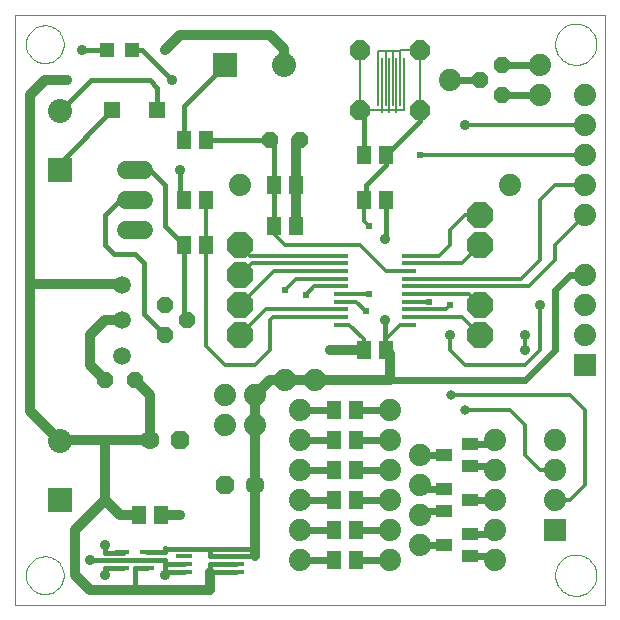
<source format=gtl>
G75*
G70*
%OFA0B0*%
%FSLAX24Y24*%
%IPPOS*%
%LPD*%
%AMOC8*
5,1,8,0,0,1.08239X$1,22.5*
%
%ADD10C,0.0000*%
%ADD11R,0.0472X0.0118*%
%ADD12OC8,0.0660*%
%ADD13R,0.0472X0.0472*%
%ADD14R,0.0512X0.0591*%
%ADD15OC8,0.0520*%
%ADD16OC8,0.0850*%
%ADD17R,0.0560X0.0170*%
%ADD18R,0.0460X0.0140*%
%ADD19R,0.0800X0.0800*%
%ADD20C,0.0800*%
%ADD21OC8,0.0630*%
%ADD22C,0.0630*%
%ADD23R,0.0740X0.0740*%
%ADD24C,0.0740*%
%ADD25C,0.0600*%
%ADD26R,0.0551X0.0551*%
%ADD27C,0.0594*%
%ADD28R,0.0551X0.0394*%
%ADD29C,0.0160*%
%ADD30C,0.0320*%
%ADD31C,0.0120*%
%ADD32C,0.0240*%
%ADD33C,0.0356*%
%ADD34C,0.0238*%
%ADD35C,0.0060*%
%ADD36C,0.0317*%
D10*
X002125Y000100D02*
X002125Y019785D01*
X021810Y019785D01*
X021810Y000100D01*
X002125Y000100D01*
X002495Y001100D02*
X002497Y001150D01*
X002503Y001200D01*
X002513Y001249D01*
X002527Y001297D01*
X002544Y001344D01*
X002565Y001389D01*
X002590Y001433D01*
X002618Y001474D01*
X002650Y001513D01*
X002684Y001550D01*
X002721Y001584D01*
X002761Y001614D01*
X002803Y001641D01*
X002847Y001665D01*
X002893Y001686D01*
X002940Y001702D01*
X002988Y001715D01*
X003038Y001724D01*
X003087Y001729D01*
X003138Y001730D01*
X003188Y001727D01*
X003237Y001720D01*
X003286Y001709D01*
X003334Y001694D01*
X003380Y001676D01*
X003425Y001654D01*
X003468Y001628D01*
X003509Y001599D01*
X003548Y001567D01*
X003584Y001532D01*
X003616Y001494D01*
X003646Y001454D01*
X003673Y001411D01*
X003696Y001367D01*
X003715Y001321D01*
X003731Y001273D01*
X003743Y001224D01*
X003751Y001175D01*
X003755Y001125D01*
X003755Y001075D01*
X003751Y001025D01*
X003743Y000976D01*
X003731Y000927D01*
X003715Y000879D01*
X003696Y000833D01*
X003673Y000789D01*
X003646Y000746D01*
X003616Y000706D01*
X003584Y000668D01*
X003548Y000633D01*
X003509Y000601D01*
X003468Y000572D01*
X003425Y000546D01*
X003380Y000524D01*
X003334Y000506D01*
X003286Y000491D01*
X003237Y000480D01*
X003188Y000473D01*
X003138Y000470D01*
X003087Y000471D01*
X003038Y000476D01*
X002988Y000485D01*
X002940Y000498D01*
X002893Y000514D01*
X002847Y000535D01*
X002803Y000559D01*
X002761Y000586D01*
X002721Y000616D01*
X002684Y000650D01*
X002650Y000687D01*
X002618Y000726D01*
X002590Y000767D01*
X002565Y000811D01*
X002544Y000856D01*
X002527Y000903D01*
X002513Y000951D01*
X002503Y001000D01*
X002497Y001050D01*
X002495Y001100D01*
X020136Y001100D02*
X020138Y001152D01*
X020144Y001204D01*
X020154Y001255D01*
X020167Y001305D01*
X020185Y001355D01*
X020206Y001402D01*
X020230Y001448D01*
X020259Y001492D01*
X020290Y001534D01*
X020324Y001573D01*
X020361Y001610D01*
X020401Y001643D01*
X020444Y001674D01*
X020488Y001701D01*
X020534Y001725D01*
X020583Y001745D01*
X020632Y001761D01*
X020683Y001774D01*
X020734Y001783D01*
X020786Y001788D01*
X020838Y001789D01*
X020890Y001786D01*
X020942Y001779D01*
X020993Y001768D01*
X021043Y001754D01*
X021092Y001735D01*
X021139Y001713D01*
X021184Y001688D01*
X021228Y001659D01*
X021269Y001627D01*
X021308Y001592D01*
X021343Y001554D01*
X021376Y001513D01*
X021406Y001471D01*
X021432Y001426D01*
X021455Y001379D01*
X021474Y001330D01*
X021490Y001280D01*
X021502Y001230D01*
X021510Y001178D01*
X021514Y001126D01*
X021514Y001074D01*
X021510Y001022D01*
X021502Y000970D01*
X021490Y000920D01*
X021474Y000870D01*
X021455Y000821D01*
X021432Y000774D01*
X021406Y000729D01*
X021376Y000687D01*
X021343Y000646D01*
X021308Y000608D01*
X021269Y000573D01*
X021228Y000541D01*
X021184Y000512D01*
X021139Y000487D01*
X021092Y000465D01*
X021043Y000446D01*
X020993Y000432D01*
X020942Y000421D01*
X020890Y000414D01*
X020838Y000411D01*
X020786Y000412D01*
X020734Y000417D01*
X020683Y000426D01*
X020632Y000439D01*
X020583Y000455D01*
X020534Y000475D01*
X020488Y000499D01*
X020444Y000526D01*
X020401Y000557D01*
X020361Y000590D01*
X020324Y000627D01*
X020290Y000666D01*
X020259Y000708D01*
X020230Y000752D01*
X020206Y000798D01*
X020185Y000845D01*
X020167Y000895D01*
X020154Y000945D01*
X020144Y000996D01*
X020138Y001048D01*
X020136Y001100D01*
X020136Y018800D02*
X020138Y018852D01*
X020144Y018904D01*
X020154Y018955D01*
X020167Y019005D01*
X020185Y019055D01*
X020206Y019102D01*
X020230Y019148D01*
X020259Y019192D01*
X020290Y019234D01*
X020324Y019273D01*
X020361Y019310D01*
X020401Y019343D01*
X020444Y019374D01*
X020488Y019401D01*
X020534Y019425D01*
X020583Y019445D01*
X020632Y019461D01*
X020683Y019474D01*
X020734Y019483D01*
X020786Y019488D01*
X020838Y019489D01*
X020890Y019486D01*
X020942Y019479D01*
X020993Y019468D01*
X021043Y019454D01*
X021092Y019435D01*
X021139Y019413D01*
X021184Y019388D01*
X021228Y019359D01*
X021269Y019327D01*
X021308Y019292D01*
X021343Y019254D01*
X021376Y019213D01*
X021406Y019171D01*
X021432Y019126D01*
X021455Y019079D01*
X021474Y019030D01*
X021490Y018980D01*
X021502Y018930D01*
X021510Y018878D01*
X021514Y018826D01*
X021514Y018774D01*
X021510Y018722D01*
X021502Y018670D01*
X021490Y018620D01*
X021474Y018570D01*
X021455Y018521D01*
X021432Y018474D01*
X021406Y018429D01*
X021376Y018387D01*
X021343Y018346D01*
X021308Y018308D01*
X021269Y018273D01*
X021228Y018241D01*
X021184Y018212D01*
X021139Y018187D01*
X021092Y018165D01*
X021043Y018146D01*
X020993Y018132D01*
X020942Y018121D01*
X020890Y018114D01*
X020838Y018111D01*
X020786Y018112D01*
X020734Y018117D01*
X020683Y018126D01*
X020632Y018139D01*
X020583Y018155D01*
X020534Y018175D01*
X020488Y018199D01*
X020444Y018226D01*
X020401Y018257D01*
X020361Y018290D01*
X020324Y018327D01*
X020290Y018366D01*
X020259Y018408D01*
X020230Y018452D01*
X020206Y018498D01*
X020185Y018545D01*
X020167Y018595D01*
X020154Y018645D01*
X020144Y018696D01*
X020138Y018748D01*
X020136Y018800D01*
X002495Y018800D02*
X002497Y018850D01*
X002503Y018900D01*
X002513Y018949D01*
X002527Y018997D01*
X002544Y019044D01*
X002565Y019089D01*
X002590Y019133D01*
X002618Y019174D01*
X002650Y019213D01*
X002684Y019250D01*
X002721Y019284D01*
X002761Y019314D01*
X002803Y019341D01*
X002847Y019365D01*
X002893Y019386D01*
X002940Y019402D01*
X002988Y019415D01*
X003038Y019424D01*
X003087Y019429D01*
X003138Y019430D01*
X003188Y019427D01*
X003237Y019420D01*
X003286Y019409D01*
X003334Y019394D01*
X003380Y019376D01*
X003425Y019354D01*
X003468Y019328D01*
X003509Y019299D01*
X003548Y019267D01*
X003584Y019232D01*
X003616Y019194D01*
X003646Y019154D01*
X003673Y019111D01*
X003696Y019067D01*
X003715Y019021D01*
X003731Y018973D01*
X003743Y018924D01*
X003751Y018875D01*
X003755Y018825D01*
X003755Y018775D01*
X003751Y018725D01*
X003743Y018676D01*
X003731Y018627D01*
X003715Y018579D01*
X003696Y018533D01*
X003673Y018489D01*
X003646Y018446D01*
X003616Y018406D01*
X003584Y018368D01*
X003548Y018333D01*
X003509Y018301D01*
X003468Y018272D01*
X003425Y018246D01*
X003380Y018224D01*
X003334Y018206D01*
X003286Y018191D01*
X003237Y018180D01*
X003188Y018173D01*
X003138Y018170D01*
X003087Y018171D01*
X003038Y018176D01*
X002988Y018185D01*
X002940Y018198D01*
X002893Y018214D01*
X002847Y018235D01*
X002803Y018259D01*
X002761Y018286D01*
X002721Y018316D01*
X002684Y018350D01*
X002650Y018387D01*
X002618Y018426D01*
X002590Y018467D01*
X002565Y018511D01*
X002544Y018556D01*
X002527Y018603D01*
X002513Y018651D01*
X002503Y018700D01*
X002497Y018750D01*
X002495Y018800D01*
D11*
X012983Y011752D03*
X012983Y011496D03*
X012983Y011240D03*
X012983Y010984D03*
X012983Y010728D03*
X012983Y010472D03*
X012983Y010216D03*
X012983Y009960D03*
X012983Y009704D03*
X012983Y009448D03*
X015267Y009448D03*
X015267Y009704D03*
X015267Y009960D03*
X015267Y010216D03*
X015267Y010472D03*
X015267Y010728D03*
X015267Y010984D03*
X015267Y011240D03*
X015267Y011496D03*
X015267Y011752D03*
D12*
X015625Y016600D03*
X013625Y016600D03*
X013625Y018600D03*
X015625Y018600D03*
D13*
X006038Y018600D03*
X005212Y018600D03*
D14*
X007751Y015600D03*
X008499Y015600D03*
X008499Y013600D03*
X007751Y013600D03*
X007751Y012100D03*
X008499Y012100D03*
X010751Y012750D03*
X011499Y012750D03*
X011499Y014100D03*
X010751Y014100D03*
X013751Y013600D03*
X014499Y013600D03*
X014499Y015100D03*
X013751Y015100D03*
X013751Y008600D03*
X014499Y008600D03*
X013499Y006600D03*
X012751Y006600D03*
X012751Y005600D03*
X013499Y005600D03*
X013499Y004600D03*
X012751Y004600D03*
X012751Y003600D03*
X013499Y003600D03*
X013499Y002600D03*
X012751Y002600D03*
X012751Y001600D03*
X013499Y001600D03*
X006999Y003100D03*
X006251Y003100D03*
D15*
X006125Y007600D03*
X005125Y007600D03*
X007125Y009100D03*
X007875Y009600D03*
X007125Y010100D03*
X010625Y015600D03*
X011625Y015600D03*
X017625Y017600D03*
X018375Y017100D03*
X018375Y018100D03*
D16*
X017625Y013100D03*
X017625Y012100D03*
X017625Y010100D03*
X017625Y009100D03*
X009625Y009100D03*
X009625Y010100D03*
X009625Y011100D03*
X009625Y012100D03*
D17*
X009485Y001980D03*
X009485Y001730D03*
X009485Y001470D03*
X009485Y001220D03*
X007765Y001220D03*
X007765Y001470D03*
X007765Y001730D03*
X007765Y001980D03*
D18*
X006535Y001860D03*
X006535Y001340D03*
X005715Y001340D03*
X005715Y001600D03*
X005715Y001860D03*
D19*
X003625Y003600D03*
X003625Y014600D03*
X009125Y018100D03*
D20*
X011094Y018100D03*
X003625Y016569D03*
X003625Y005569D03*
D21*
X007625Y005600D03*
X009125Y004100D03*
D22*
X010125Y004100D03*
X006625Y005600D03*
D23*
X020125Y002600D03*
X021125Y008100D03*
D24*
X021125Y009100D03*
X021125Y010100D03*
X021125Y011100D03*
X021125Y013100D03*
X021125Y014100D03*
X021125Y015100D03*
X021125Y016100D03*
X021125Y017100D03*
X019625Y017100D03*
X019625Y018100D03*
X016625Y017600D03*
X018625Y014100D03*
X012125Y007600D03*
X011125Y007600D03*
X010125Y007100D03*
X010125Y006100D03*
X009125Y006100D03*
X009125Y007100D03*
X011625Y006600D03*
X011625Y005600D03*
X011625Y004600D03*
X011625Y003600D03*
X011625Y002600D03*
X011625Y001600D03*
X014625Y001600D03*
X014625Y002600D03*
X014625Y003600D03*
X014625Y004600D03*
X014625Y005600D03*
X014625Y006600D03*
X015625Y005100D03*
X015625Y004100D03*
X015625Y003100D03*
X015625Y002100D03*
X018125Y001600D03*
X018125Y002600D03*
X018125Y003600D03*
X018125Y004600D03*
X018125Y005600D03*
X020125Y005600D03*
X020125Y004600D03*
X020125Y003600D03*
X009625Y014100D03*
D25*
X006425Y013600D02*
X005825Y013600D01*
X005825Y012600D02*
X006425Y012600D01*
X006425Y014600D02*
X005825Y014600D01*
D26*
X005377Y016600D03*
X006873Y016600D03*
D27*
X005684Y010781D03*
X005684Y009600D03*
X005684Y008419D03*
D28*
X016442Y005100D03*
X017308Y004726D03*
X017308Y005474D03*
X016442Y003974D03*
X016442Y003226D03*
X017308Y003600D03*
X017308Y002474D03*
X016442Y002100D03*
X017308Y001726D03*
D29*
X010125Y001750D02*
X009475Y001750D01*
X009485Y001730D02*
X008625Y001730D01*
X008625Y001980D01*
X009485Y001980D01*
X010125Y001980D01*
X009485Y001470D02*
X008625Y001470D01*
X008625Y001220D01*
X009485Y001220D01*
X008625Y000600D02*
X006125Y000600D01*
X006125Y001340D01*
X006535Y001340D01*
X006535Y001860D02*
X007125Y001860D01*
X007125Y001980D01*
X007125Y002000D01*
X007125Y001980D02*
X007765Y001980D01*
X008625Y001980D01*
X007765Y001470D02*
X007125Y001470D01*
X007125Y001220D01*
X007125Y001100D01*
X007125Y001600D01*
X005725Y001600D01*
X005715Y001600D02*
X004625Y001600D01*
X005125Y001350D02*
X005125Y001100D01*
X005125Y001350D02*
X005725Y001350D01*
X005725Y001850D02*
X005125Y001850D01*
X005125Y002100D01*
X007125Y001220D02*
X007765Y001220D01*
X013751Y008600D02*
X013751Y008681D01*
X014475Y008624D02*
X014475Y009600D01*
X014499Y008681D02*
X014499Y008600D01*
X014475Y008624D01*
X014475Y012300D02*
X014499Y012324D01*
X014499Y013600D01*
X013825Y013674D02*
X013751Y013600D01*
X013825Y013674D02*
X013825Y014100D01*
X014499Y014774D01*
X014499Y015100D01*
X015625Y016226D01*
X015625Y016600D01*
X013751Y016474D02*
X013751Y015100D01*
X013751Y016474D02*
X013625Y016600D01*
X010751Y015474D02*
X010751Y014100D01*
X010751Y012750D01*
X007751Y012100D02*
X007751Y009724D01*
X007875Y009600D01*
X007125Y009100D02*
X006425Y009800D01*
X006425Y011500D01*
X006125Y011800D01*
X005425Y011800D01*
X005125Y012100D01*
X005125Y013100D01*
X005625Y013600D01*
X006125Y013600D01*
X006125Y014600D02*
X006625Y014600D01*
X007125Y014100D01*
X007125Y012726D01*
X007751Y012100D01*
X007751Y013600D02*
X007625Y013726D01*
X007625Y014600D01*
X007751Y015600D02*
X007751Y016726D01*
X009125Y018100D01*
X007375Y017600D02*
X006375Y018600D01*
X006038Y018600D01*
X005212Y018600D02*
X004375Y018600D01*
X004656Y017600D02*
X003625Y016569D01*
X004656Y017600D02*
X006625Y017600D01*
X006873Y017352D01*
X006873Y016600D01*
X005377Y016600D02*
X003625Y014848D01*
X003625Y014600D01*
X008499Y015600D02*
X010625Y015600D01*
D30*
X011499Y015600D02*
X011625Y015600D01*
X011499Y015600D02*
X011499Y014100D01*
X011499Y012750D01*
X012625Y008600D02*
X013625Y008600D01*
X014499Y008600D02*
X014625Y008474D01*
X014625Y007600D01*
X010625Y007600D01*
X010125Y007100D01*
X010125Y004100D01*
X010125Y001980D01*
X010125Y001750D01*
X008625Y001220D02*
X008625Y000600D01*
X004625Y000600D01*
X004125Y001100D01*
X004125Y002600D01*
X005125Y003600D01*
X005625Y003100D01*
X006251Y003100D01*
X006999Y003100D02*
X007625Y003100D01*
X005125Y003600D02*
X005125Y005600D01*
X003625Y005600D01*
X003625Y005569D01*
X002625Y006569D01*
X002625Y010800D01*
X005665Y010800D01*
X005684Y010781D01*
X005684Y009600D02*
X005125Y009600D01*
X004625Y009100D01*
X004625Y008100D01*
X005125Y007600D01*
X006125Y007600D02*
X006625Y007100D01*
X006625Y005600D01*
X005125Y005600D01*
X002625Y010800D02*
X002625Y017100D01*
X003125Y017600D01*
X003875Y017600D01*
X007125Y018600D02*
X007625Y019100D01*
X010625Y019100D01*
X011094Y018631D01*
X011094Y018100D01*
D31*
X010625Y015600D02*
X010751Y015474D01*
X008499Y013600D02*
X008499Y012100D01*
X008499Y008726D01*
X009125Y008100D01*
X010125Y008100D01*
X010625Y008600D01*
X010625Y009600D01*
X010729Y009704D01*
X012983Y009704D01*
X012983Y009448D02*
X013277Y009448D01*
X013751Y008974D01*
X013751Y008600D01*
X014499Y008600D02*
X014499Y008974D01*
X014973Y009448D01*
X015267Y009448D01*
X015267Y009704D02*
X017021Y009704D01*
X017625Y009100D01*
X017625Y010100D02*
X017253Y010472D01*
X015267Y010472D01*
X015267Y010216D02*
X015909Y010216D01*
X015925Y010200D01*
X016485Y009960D02*
X015267Y009960D01*
X015267Y010728D02*
X019253Y010728D01*
X020125Y011600D01*
X020125Y012100D01*
X021125Y013100D01*
X021125Y014100D02*
X020125Y014100D01*
X019625Y013600D01*
X019625Y011600D01*
X019009Y010984D01*
X015267Y010984D01*
X015267Y011240D02*
X014485Y011240D01*
X013625Y012100D01*
X011125Y012100D01*
X010751Y012474D01*
X010751Y012750D01*
X009973Y011752D02*
X009625Y012100D01*
X009973Y011752D02*
X012983Y011752D01*
X012983Y011496D02*
X010021Y011496D01*
X009625Y011100D01*
X009625Y010100D02*
X010765Y011240D01*
X012983Y011240D01*
X012983Y010984D02*
X011509Y010984D01*
X011125Y010600D01*
X011825Y010450D02*
X012103Y010728D01*
X012983Y010728D01*
X012983Y010472D02*
X013947Y010472D01*
X013509Y010216D02*
X013825Y009900D01*
X013509Y010216D02*
X012983Y010216D01*
X012983Y009960D02*
X010485Y009960D01*
X009625Y009100D01*
X013751Y012924D02*
X013751Y013600D01*
X013775Y013576D01*
X013751Y012924D02*
X013925Y012750D01*
X015267Y011752D02*
X016277Y011752D01*
X016625Y012100D01*
X016625Y012600D01*
X017125Y013100D01*
X017625Y013100D01*
X017625Y012100D02*
X017021Y011496D01*
X015267Y011496D01*
X016625Y010100D02*
X016485Y009960D01*
X016625Y009100D02*
X016625Y008600D01*
X017125Y008100D01*
X019125Y008100D01*
X019625Y008600D01*
X019625Y010100D01*
X019125Y009100D02*
X019125Y008600D01*
X020625Y007100D02*
X021125Y006600D01*
X021125Y004100D01*
X020625Y003600D01*
X020125Y003600D01*
X020125Y004600D02*
X019625Y004600D01*
X019125Y005100D01*
X019125Y006100D01*
X018625Y006600D01*
X017125Y006600D01*
X016675Y007100D02*
X020625Y007100D01*
X021125Y015100D02*
X015625Y015100D01*
X017125Y016100D02*
X021125Y016100D01*
D32*
X019625Y017100D02*
X018375Y017100D01*
X017625Y017600D02*
X016625Y017600D01*
X018375Y018100D02*
X019625Y018100D01*
X020625Y011100D02*
X021125Y011100D01*
X020625Y011100D02*
X020125Y010600D01*
X020125Y008600D01*
X019125Y007600D01*
X014625Y007600D01*
X014625Y006600D02*
X013499Y006600D01*
X012751Y006600D02*
X011625Y006600D01*
X011625Y005600D02*
X012751Y005600D01*
X013499Y005600D02*
X014625Y005600D01*
X014625Y004600D02*
X013499Y004600D01*
X012751Y004600D02*
X011625Y004600D01*
X011625Y003600D02*
X012751Y003600D01*
X013499Y003600D02*
X014625Y003600D01*
X014625Y002600D02*
X013499Y002600D01*
X012751Y002600D02*
X011625Y002600D01*
X011625Y001600D02*
X012751Y001600D01*
X013499Y001600D02*
X014625Y001600D01*
X015625Y002100D02*
X016442Y002100D01*
X017308Y001726D02*
X017999Y001726D01*
X018125Y001600D01*
X017999Y002474D02*
X017308Y002474D01*
X017999Y002474D02*
X018125Y002600D01*
X018125Y003600D02*
X017308Y003600D01*
X016442Y003226D02*
X015751Y003226D01*
X015625Y003100D01*
X015751Y003974D02*
X015625Y004100D01*
X015751Y003974D02*
X016442Y003974D01*
X017308Y004726D02*
X017999Y004726D01*
X018125Y004600D01*
X017999Y005474D02*
X017308Y005474D01*
X016442Y005100D02*
X015625Y005100D01*
X017999Y005474D02*
X018125Y005600D01*
D33*
X019125Y008600D03*
X019125Y009100D03*
X019625Y010100D03*
X016625Y009100D03*
X014475Y009600D03*
X012625Y008600D03*
X014475Y012300D03*
X017125Y016100D03*
X007625Y014600D03*
X007375Y017600D03*
X007125Y018600D03*
X004375Y018600D03*
X003875Y017600D03*
X005125Y005600D03*
X007625Y003100D03*
X007125Y001100D03*
X005125Y001100D03*
X004625Y001600D03*
X005125Y002100D03*
D34*
X013825Y009900D03*
X013947Y010472D03*
X015925Y010200D03*
X016625Y010100D03*
X013925Y012750D03*
X011825Y010450D03*
X011125Y010600D03*
X015625Y015100D03*
D35*
X014845Y016540D02*
X014845Y018340D01*
X014605Y018340D02*
X014605Y016540D01*
X014365Y016540D02*
X014365Y018340D01*
X014245Y018580D02*
X014245Y016780D01*
X014485Y016780D02*
X014485Y018580D01*
X014245Y018580D01*
X014485Y018580D02*
X014725Y018580D01*
X014725Y016780D01*
X014965Y016780D02*
X014965Y018580D01*
X014725Y018580D01*
X014965Y018600D02*
X014965Y018580D01*
X014965Y018600D02*
X015625Y018600D01*
X015625Y016600D01*
X015085Y016600D02*
X015085Y018340D01*
X013625Y018600D02*
X013625Y016600D01*
X015085Y016600D01*
D36*
X016675Y007100D03*
X017125Y006600D03*
M02*

</source>
